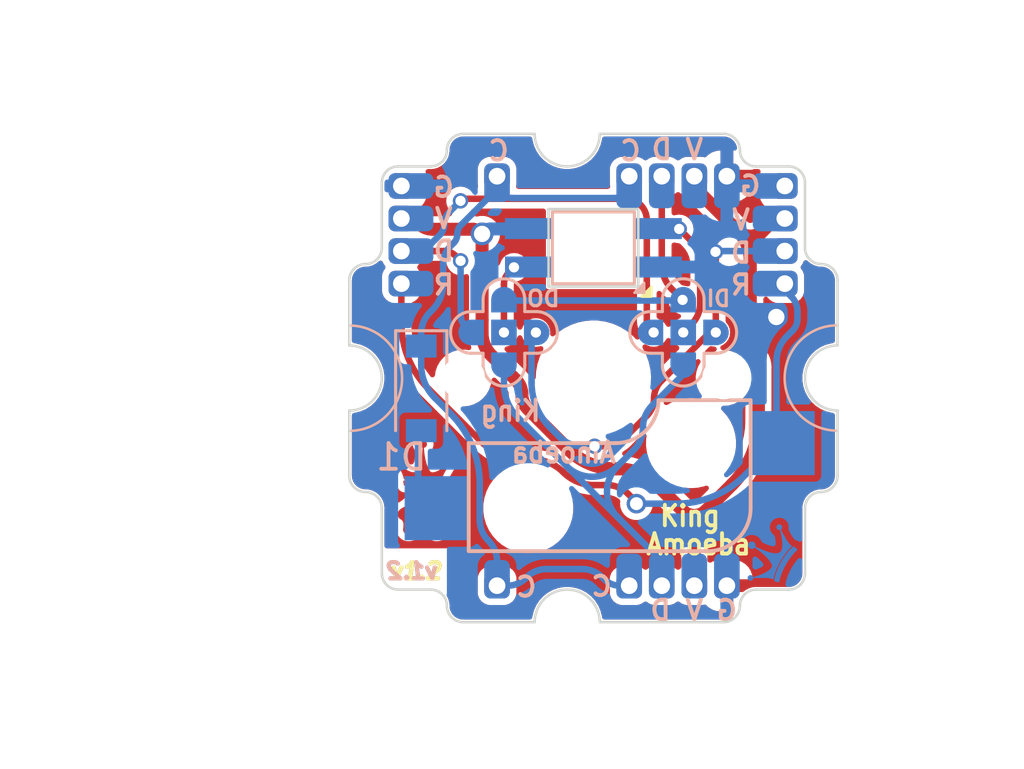
<source format=kicad_pcb>
(kicad_pcb (version 20211014) (generator pcbnew)
  (layers (0 "F.Cu" signal) (31 "B.Cu" signal) (34 "B.Paste" user) (35 "F.Paste" user) (36 "B.SilkS" user "B.Silkscreen") (37 "F.SilkS" user "F.Silkscreen") (38 "B.Mask" user) (39 "F.Mask" user) (44 "Edge.Cuts" user))
  (net 0 "")
  (net 1 "/DIN")
  (net 2 "Net-(J1-Pad2)")
  (net 3 "/DOUT")
  (net 4 "/C")
  (net 5 "/GND")
  (net 6 "/R")
  (net 7 "Net-(D1-Pad2)")
  (net 8 "Net-(J3-Pad2)")
  (net 9 "Net-(J4-Pad2)")
  (net 10 "/VDD")
  (net 11 "Net-(J2-Pad2)")
  (footprint "amoeba-modules:royale" (layer "F.Cu") (at 68.7832 172.0088)
    (fp_text reference "Royale" hide)
    (fp_text value "G***" hide)
  )
  (footprint "amoeba-modules:amoeba-logo-small" (layer "F.Cu") (at 68.7578 173.8884)
    (fp_text reference "Amoeba-Logo-Small" hide)
    (fp_text value "G***" hide)
  )
  (footprint "amoeba-modules:Kailh_MX_Socket" (layer "B.Cu") (at 75.438 168.656)
    (fp_text reference "S1" hide)
    (fp_text value "MX1A" hide)
  )
  (footprint "amoeba-modules:Header_1x04_P1.27mm" (layer "B.Cu") (at 76.835 160.782 -90)
    (fp_text reference "J2" hide)
    (fp_text value "Conn_01x04_Male")
  )
  (footprint "amoeba-modules:Header_1x04_P1.27mm" (layer "B.Cu") (at 67.945 164.973)
    (fp_text reference "J3" hide)
    (fp_text value "Conn_01x04_Male")
  )
  (footprint "amoeba-modules:SolderJumper-5_P1.3mm_Open_RoundedPad1.0x1.5mm" (layer "B.Cu") (at 71.9474 166.878 180)
    (fp_text reference "JP2" hide)
    (fp_text value "SolderJumper_5")
  )
  (footprint "amoeba-modules:Header_1x01_P1.27mm" (layer "B.Cu") (at 71.6788 176.7586 90)
    (fp_text reference "J5" hide)
    (fp_text value "Conn_01x01_Male")
  )
  (footprint "amoeba-modules:Header_1x01_P1.27mm" (layer "B.Cu") (at 71.6788 160.782 -90)
    (fp_text reference "J6" hide)
    (fp_text value "Conn_01x01_Male")
  )
  (footprint "amoeba-modules:SolderJumper-5_P1.3mm_Open_RoundedPad1.0x1.5mm" (layer "B.Cu") (at 78.9432 166.878 180)
    (fp_text reference "JP1" hide)
    (fp_text value "SolderJumper_5")
  )
  (footprint "amoeba-modules:Header_1x04_P1.27mmL" (layer "B.Cu") (at 82.9056 164.973)
    (fp_text reference "J1" hide)
    (fp_text value "Conn_01x04_Male")
  )
  (footprint "Diode_SMD:D_SOD-123" (layer "B.Cu") (at 68.7197 169.0614 -90)
    (fp_text reference "D1")
    (fp_text value "1N4148W-7-F")
  )
  (footprint "amoeba-modules:Header_1x04_P1.27mmL" (layer "B.Cu") (at 76.835 176.7586 -90)
    (fp_text reference "J4" hide)
    (fp_text value "Conn_01x04_Male")
  )
  (footprint "amoeba-modules:royale" (layer "B.Cu") (at 82.296 175.5521 -120)
    (fp_text reference "Royale" hide)
    (fp_text value "G***" hide)
  )
  (footprint "amoeba-modules:LED_SK6812MINI_E_PLCC4_3.2x2.8mm_Shine_Through" (layer "B.Cu") (at 75.438 163.576 180)
    (fp_text reference "LED1" hide)
    (fp_text value "SK6812MINI_E")
  )
  (gr_poly (pts (xy 77.4192 164.9476) (xy 77.0382 165.3286) (xy 77.4192 165.3286)) (layer "B.SilkS") (width 0.1) (fill solid))
  (gr_arc (start 65.927338 166.609033) (mid 67.967173 168.670625) (end 65.912712 170.717641) (layer "B.SilkS") (width 0.1))
  (gr_arc (start 84.948374 170.710278) (mid 82.908542 168.648687) (end 84.963 166.60167) (layer "B.SilkS") (width 0.1))
  (gr_poly (pts (xy 77.6986 165.1) (xy 77.3176 165.481) (xy 77.6986 165.481)) (layer "F.SilkS") (width 0.1) (fill solid))
  (gr_line (start 83.058 176.911) (end 81.788 176.911) (layer "Edge.Cuts") (width 0.1))
  (gr_line (start 73.687 162.0655) (end 73.687 165.0865) (layer "Edge.Cuts") (width 0.1))
  (gr_line (start 73.687 165.0865) (end 77.189 165.0865) (layer "Edge.Cuts") (width 0.1))
  (gr_line (start 77.189 165.0865) (end 77.189 162.0655) (layer "Edge.Cuts") (width 0.1))
  (gr_line (start 77.189 162.0655) (end 73.687 162.0655) (layer "Edge.Cuts") (width 0.1))
  (gr_line (start 81.788 160.401) (end 83.058 160.401) (layer "Edge.Cuts") (width 0.1))
  (gr_line (start 83.693 161.036) (end 83.693 163.576) (layer "Edge.Cuts") (width 0.1))
  (gr_line (start 67.818 160.401) (end 69.088 160.401) (layer "Edge.Cuts") (width 0.1))
  (gr_line (start 67.183 161.036) (end 67.183 163.576) (layer "Edge.Cuts") (width 0.1))
  (gr_line (start 67.183 173.736) (end 67.183 176.276) (layer "Edge.Cuts") (width 0.1))
  (gr_line (start 67.818 176.911) (end 69.088 176.911) (layer "Edge.Cuts") (width 0.1))
  (gr_line (start 83.693 176.276) (end 83.693 173.736) (layer "Edge.Cuts") (width 0.1))
  (gr_line (start 70.358 159.131) (end 73.145 159.131) (layer "Edge.Cuts") (width 0.1))
  (gr_line (start 65.913 169.926) (end 65.913 172.466) (layer "Edge.Cuts") (width 0.1))
  (gr_line (start 84.963 169.926) (end 84.963 172.466) (layer "Edge.Cuts") (width 0.1))
  (gr_arc (start 75.685 159.131) (mid 74.415 160.401) (end 73.145 159.131) (layer "Edge.Cuts") (width 0.1))
  (gr_arc (start 73.145 178.181) (mid 74.415 176.911) (end 75.685 178.181) (layer "Edge.Cuts") (width 0.1))
  (gr_line (start 70.358 178.181) (end 73.145 178.181) (layer "Edge.Cuts") (width 0.1))
  (gr_arc (start 67.183 161.036) (mid 67.368987 160.586987) (end 67.818 160.401) (layer "Edge.Cuts") (width 0.1))
  (gr_arc (start 83.058 160.401) (mid 83.507013 160.586987) (end 83.693 161.036) (layer "Edge.Cuts") (width 0.1))
  (gr_arc (start 67.818 176.911) (mid 67.368987 176.725013) (end 67.183 176.276) (layer "Edge.Cuts") (width 0.1))
  (gr_arc (start 66.548 173.101) (mid 66.098987 172.915013) (end 65.913 172.466) (layer "Edge.Cuts") (width 0.1))
  (gr_line (start 80.518 159.131) (end 75.685 159.131) (layer "Edge.Cuts") (width 0.1))
  (gr_arc (start 81.153 177.546) (mid 80.967013 177.995013) (end 80.518 178.181) (layer "Edge.Cuts") (width 0.1))
  (gr_arc (start 65.913 167.386) (mid 67.183 168.656) (end 65.913 169.926) (layer "Edge.Cuts") (width 0.1))
  (gr_arc (start 84.963 169.926) (mid 83.693 168.656) (end 84.963 167.386) (layer "Edge.Cuts") (width 0.1))
  (gr_arc (start 83.693 176.276) (mid 83.507013 176.725013) (end 83.058 176.911) (layer "Edge.Cuts") (width 0.1))
  (gr_line (start 75.685 178.181) (end 80.518 178.181) (layer "Edge.Cuts") (width 0.1))
  (gr_arc (start 67.183 163.576) (mid 66.997013 164.025013) (end 66.548 164.211) (layer "Edge.Cuts") (width 0.1))
  (gr_arc (start 66.548 173.101) (mid 66.997013 173.286987) (end 67.183 173.736) (layer "Edge.Cuts") (width 0.1))
  (gr_arc (start 70.358 178.181) (mid 69.908987 177.995013) (end 69.723 177.546) (layer "Edge.Cuts") (width 0.1))
  (gr_line (start 84.963 167.386) (end 84.963 164.846) (layer "Edge.Cuts") (width 0.1))
  (gr_arc (start 69.723 159.766) (mid 69.537013 160.215013) (end 69.088 160.401) (layer "Edge.Cuts") (width 0.1))
  (gr_arc (start 84.328 164.211) (mid 83.878987 164.025013) (end 83.693 163.576) (layer "Edge.Cuts") (width 0.1))
  (gr_arc (start 81.788 160.401) (mid 81.338987 160.215013) (end 81.153 159.766) (layer "Edge.Cuts") (width 0.1))
  (gr_arc (start 69.723 159.766) (mid 69.908987 159.316987) (end 70.358 159.131) (layer "Edge.Cuts") (width 0.1))
  (gr_arc (start 84.328 164.211) (mid 84.777013 164.396987) (end 84.963 164.846) (layer "Edge.Cuts") (width 0.1))
  (gr_arc (start 80.518 159.131) (mid 80.967013 159.316987) (end 81.153 159.766) (layer "Edge.Cuts") (width 0.1))
  (gr_arc (start 65.913 164.846) (mid 66.098987 164.396987) (end 66.548 164.211) (layer "Edge.Cuts") (width 0.1))
  (gr_arc (start 84.963 172.466) (mid 84.777013 172.915013) (end 84.328 173.101) (layer "Edge.Cuts") (width 0.1))
  (gr_line (start 65.913 167.386) (end 65.913 164.846) (layer "Edge.Cuts") (width 0.1))
  (gr_arc (start 81.153 177.546) (mid 81.338987 177.096987) (end 81.788 176.911) (layer "Edge.Cuts") (width 0.1))
  (gr_arc (start 69.088 176.911) (mid 69.537013 177.096987) (end 69.723 177.546) (layer "Edge.Cuts") (width 0.1))
  (gr_arc (start 83.693 173.736) (mid 83.878987 173.286987) (end 84.328 173.101) (layer "Edge.Cuts") (width 0.1))
  (gr_text "v1.2" (at 68.5038 176.1871) (layer "F.Cu") (effects (font (size 0.635 0.635) (thickness 0.15875) italic)))
  (gr_text "v1.2" (at 68.3895 176.1871) (layer "B.Cu") (effects (font (size 0.635 0.635) (thickness 0.15875) italic) (justify mirror)))
  (gr_text "v1.2" (at 68.3895 176.1871) (layer "B.SilkS") (effects (font (size 0.635 0.635) (thickness 0.15875) italic) (justify mirror)))
  (gr_text "D" (at 69.6 163.703) (layer "B.SilkS") (effects (font (size 0.762 0.762) (thickness 0.1524)) (justify mirror)))
  (gr_text "R" (at 81.2 165.0238) (layer "B.SilkS") (effects (font (size 0.762 0.762)) (justify mirror)))
  (gr_text "V" (at 79.375 177.7238) (layer "B.SilkS") (effects (font (size 0.762 0.762) (thickness 0.1524)) (justify mirror)))
  (gr_text "D" (at 78.105 159.7406) (layer "B.SilkS") (effects (font (size 0.762 0.762) (thickness 0.1524)) (justify mirror)))
  (gr_text "V" (at 81.2 162.4838) (layer "B.SilkS") (effects (font (size 0.762 0.762) (thickness 0.1524)) (justify mirror)))
  (gr_text "D" (at 81.2 163.7792) (layer "B.SilkS") (effects (font (size 0.762 0.762) (thickness 0.1524)) (justify mirror)))
  (gr_text "D" (at 78.0542 177.7238) (layer "B.SilkS") (effects (font (size 0.762 0.762) (thickness 0.1524)) (justify mirror)))
  (gr_text "V" (at 69.6 162.433) (layer "B.SilkS") (effects (font (size 0.762 0.762) (thickness 0.1524)) (justify mirror)))
  (gr_text "DI" (at 80.3148 165.5572) (layer "B.SilkS") (effects (font (size 0.6096 0.6096) (thickness 0.127)) (justify mirror)))
  (gr_text "R" (at 69.6 165.0238) (layer "B.SilkS") (effects (font (size 0.762 0.762)) (justify mirror)))
  (gr_text "C" (at 71.7423 159.7914) (layer "B.SilkS") (effects (font (size 0.762 0.762)) (justify mirror)))
  (gr_text "C" (at 76.8858 159.7914) (layer "B.SilkS") (effects (font (size 0.762 0.762)) (justify mirror)))
  (gr_text "Amoeba" (at 72.1614 171.5643) (layer "B.SilkS") (effects (font (size 0.8 0.7)) (justify right mirror)))
  (gr_text "DO" (at 73.4822 165.5572) (layer "B.SilkS") (effects (font (size 0.6096 0.6096) (thickness 0.127)) (justify mirror)))
  (gr_text "C" (at 72.8218 176.8094) (layer "B.SilkS") (effects (font (size 0.762 0.762)) (justify mirror)))
  (gr_text "V" (at 79.375 159.7406) (layer "B.SilkS") (effects (font (size 0.762 0.762) (thickness 0.1524)) (justify mirror)))
  (gr_text "G" (at 69.6 161.2138) (layer "B.SilkS") (effects (font (size 0.762 0.762) (thickness 0.1524)) (justify mirror)))
  (gr_text "C" (at 75.7555 176.784) (layer "B.SilkS") (effects (font (size 0.762 0.762)) (justify mirror)))
  (gr_text "G" (at 81.5594 161.163) (layer "B.SilkS") (effects (font (size 0.762 0.762) (thickness 0.1524)) (justify mirror)))
  (gr_text "King" (at 72.1995 169.9387) (layer "B.SilkS") (effects (font (size 0.8 0.7)) (justify mirror)))
  (gr_text "G" (at 80.645 177.7238) (layer "B.SilkS") (effects (font (size 0.762 0.762) (thickness 0.1524)) (justify mirror)))
  (gr_text "Amoeba" (at 79.5401 175.1457) (layer "F.SilkS") (effects (font (size 0.8 0.7))))
  (gr_text "v1.2" (at 68.5038 176.1871) (layer "F.SilkS") (effects (font (size 0.635 0.635) (thickness 0.15875) italic)))
  (gr_text "King" (at 79.2099 174.0408) (layer "F.SilkS") (effects (font (size 0.8 0.7))))
  (segment (start 79.6036 165.750626) (end 79.6036 164.235984) (width 0.254) (layer "F.Cu") (net 1))
  (segment (start 79.19455 163.24845) (end 78.7855 162.8394) (width 0.254) (layer "F.Cu") (net 1))
  (segment (start 78.9432 166.878) (end 79.2734 166.5478) (width 0.254) (layer "F.Cu") (net 1))
  (via (at 78.9432 166.878) (size 0.6) (drill 0.4) (layers "F.Cu" "B.Cu") (net 1))
  (via (at 78.7855 162.8394) (size 0.6) (drill 0.4) (layers "F.Cu" "B.Cu") (net 1))
  (arc (start 79.19455 163.24845) (mid 79.497291 163.701534) (end 79.6036 164.235984) (width 0.254) (layer "F.Cu") (net 1))
  (arc (start 79.6036 165.750626) (mid 79.517783 166.182053) (end 79.2734 166.5478) (width 0.254) (layer "F.Cu") (net 1))
  (segment (start 77.524457 170.125542) (end 76.630979 171.01902) (width 0.254) (layer "F.Cu") (net 2))
  (segment (start 79.895182 166.961067) (end 78.085723 168.770525) (width 0.254) (layer "F.Cu") (net 2))
  (segment (start 75.907112 171.318856) (end 75.483081 171.318856) (width 0.254) (layer "F.Cu") (net 2))
  (segment (start 80.2132 166.878) (end 80.2132 163.746278) (width 0.254) (layer "F.Cu") (net 2))
  (segment (start 80.2132 163.746278) (end 80.2 163.733078) (width 0.254) (layer "F.Cu") (net 2))
  (segment (start 80.095725 166.878) (end 80.2132 166.878) (width 0.254) (layer "F.Cu") (net 2))
  (via (at 80.2132 166.878) (size 0.6) (drill 0.4) (layers "F.Cu" "B.Cu") (net 2))
  (via (at 75.483081 171.318856) (size 0.6) (drill 0.4) (layers "F.Cu" "B.Cu") (net 2))
  (via (at 80.2 163.733078) (size 0.6) (drill 0.4) (layers "F.Cu" "B.Cu") (net 2))
  (via (at 73.193773 166.880716) (size 0.6) (drill 0.4) (layers "F.Cu" "B.Cu") (net 2))
  (arc (start 77.805091 169.448034) (mid 77.878024 169.081369) (end 78.085723 168.770525) (width 0.254) (layer "F.Cu") (net 2))
  (arc (start 75.907112 171.318856) (mid 76.298866 171.240931) (end 76.630979 171.01902) (width 0.254) (layer "F.Cu") (net 2))
  (arc (start 79.895182 166.961067) (mid 79.987192 166.899588) (end 80.095725 166.878) (width 0.254) (layer "F.Cu") (net 2))
  (arc (start 77.524457 170.125542) (mid 77.732156 169.814698) (end 77.805091 169.448034) (width 0.254) (layer "F.Cu") (net 2))
  (segment (start 73.753178 170.590678) (end 74.127192 170.964692) (width 0.254) (layer "B.Cu") (net 2))
  (segment (start 75.483081 171.318856) (end 74.982218 171.318856) (width 0.254) (layer "B.Cu") (net 2))
  (segment (start 80.230078 163.703) (end 80.2 163.733078) (width 0.254) (layer "B.Cu") (net 2))
  (segment (start 73.025 168.8327) (end 73.025 167.223518) (width 0.254) (layer "B.Cu") (net 2))
  (segment (start 82.9056 163.703) (end 80.230078 163.703) (width 0.254) (layer "B.Cu") (net 2))
  (segment (start 73.1262 166.9792) (end 73.2274 166.878) (width 0.254) (layer "B.Cu") (net 2))
  (arc (start 73.025 167.223518) (mid 73.051301 167.091294) (end 73.1262 166.9792) (width 0.254) (layer "B.Cu") (net 2))
  (arc (start 74.127192 170.964692) (mid 74.519481 171.226811) (end 74.982218 171.318856) (width 0.254) (layer "B.Cu") (net 2))
  (arc (start 73.025 168.8327) (mid 73.214247 169.78411) (end 73.753178 170.590678) (width 0.254) (layer "B.Cu") (net 2))
  (segment (start 72.3392 164.338) (end 72.1433 164.5339) (width 0.254) (layer "F.Cu") (net 3))
  (segment (start 71.9474 166.878) (end 71.9474 165.006844) (width 0.254) (layer "F.Cu") (net 3))
  (via (at 71.9474 166.878) (size 0.6) (drill 0.4) (layers "F.Cu" "B.Cu") (net 3))
  (via (at 72.3392 164.338) (size 0.6) (drill 0.4) (layers "F.Cu" "B.Cu") (net 3))
  (arc (start 72.1433 164.5339) (mid 71.998312 164.750888) (end 71.9474 165.006844) (width 0.254) (layer "F.Cu") (net 3))
  (segment (start 72.876 164.338) (end 72.888 164.326) (width 0.254) (layer "B.Cu") (net 3))
  (segment (start 71.855045 161.458245) (end 71.6788 161.282) (width 0.254) (layer "B.Cu") (net 4))
  (segment (start 71.6788 161.031647) (end 71.6788 160.782) (width 0.254) (layer "B.Cu") (net 4))
  (segment (start 68.7197 167.517775) (end 68.7197 167.772824) (width 0.254) (layer "B.Cu") (net 4))
  (segment (start 76.658755 161.458245) (end 76.835 161.282) (width 0.254) (layer "B.Cu") (net 4))
  (segment (start 69.065439 166.08776) (end 69.147849 166.005349) (width 0.254) (layer "B.Cu") (net 4))
  (segment (start 68.7197 167.772824) (end 68.7197 167.868468) (width 0.254) (layer "B.Cu") (net 4))
  (segment (start 68.7197 168.059754) (end 68.7197 167.995992) (width 0.254) (layer "B.Cu") (net 4))
  (segment (start 70.276162 162.683931) (end 71.502272 161.457821) (width 0.254) (layer "B.Cu") (net 4))
  (segment (start 68.7197 167.517775) (end 68.7197 166.92245) (width 0.254) (layer "B.Cu") (net 4))
  (segment (start 75.855162 176.502662) (end 75.78725 176.43475) (width 0.254) (layer "B.Cu") (net 4))
  (segment (start 69.982637 163.392562) (end 69.852699 163.522499) (width 0.254) (layer "B.Cu") (net 4))
  (segment (start 69.576 164.971704) (end 69.576 164.190512) (width 0.254) (layer "B.Cu") (net 4))
  (segment (start 72.828149 176.434749) (end 72.796158 176.466741) (width 0.254) (layer "B.Cu") (net 4))
  (segment (start 71.6788 176.34585) (end 71.6788 175.817805) (width 0.254) (layer "B.Cu") (net 4))
  (segment (start 68.7197 167.93223) (end 68.7197 167.995992) (width 0.254) (layer "B.Cu") (net 4))
  (segment (start 76.47305 176.7586) (end 76.835 176.7586) (width 0.254) (layer "B.Cu") (net 4))
  (segment (start 73.609993 176.1109) (end 75.005406 176.1109) (width 0.254) (layer "B.Cu") (net 4))
  (segment (start 68.7197 168.123517) (end 68.7197 168.155399) (width 0.254) (layer "B.Cu") (net 4))
  (segment (start 68.7197 168.059754) (end 68.7197 168.123517) (width 0.254) (layer "B.Cu") (net 4))
  (segment (start 71.004 172.798942) (end 71.004 174.188694) (width 0.254) (layer "B.Cu") (net 4))
  (segment (start 68.7197 167.868468) (end 68.7197 167.93223) (width 0.254) (layer "B.Cu") (net 4))
  (segment (start 69.86185 170.041548) (end 69.245786 169.425484) (width 0.254) (layer "B.Cu") (net 4))
  (segment (start 76.233261 161.63449) (end 72.280538 161.63449) (width 0.254) (layer "B.Cu") (net 4))
  (arc (start 72.09155 176.7586) (mid 71.799691 176.637708) (end 71.6788 176.34585) (width 0.254) (layer "B.Cu") (net 4))
  (arc (start 76.47305 176.7586) (mid 76.138651 176.692083) (end 75.855162 176.502662) (width 0.254) (layer "B.Cu") (net 4))
  (arc (start 69.065439 166.08776) (mid 68.809554 166.470719) (end 68.7197 166.92245) (width 0.254) (layer "B.Cu") (net 4))
  (arc (start 69.982637 163.392562) (mid 70.091257 163.23) (end 70.1294 163.038247) (width 0.254) (layer "B.Cu") (net 4))
  (arc (start 72.09155 176.7586) (mid 71.799691 176.637708) (end 71.6788 176.34585) (width 0.254) (layer "B.Cu") (net 4))
  (arc (start 71.6788 176.34585) (mid 71.6788 176.34585) (end 71.6788 176.34585) (width 0.254) (layer "B.Cu") (net 4))
  (arc (start 71.502272 161.457821) (mid 71.632921 161.26229) (end 71.6788 161.031647) (width 0.254) (layer "B.Cu") (net 4))
  (arc (start 69.576 164.971704) (mid 69.464727 165.531109) (end 69.147849 166.005349) (width 0.254) (layer "B.Cu") (net 4))
  (arc (start 71.3414 175.00325) (mid 71.091687 174.629528) (end 71.004 174.188694) (width 0.254) (layer "B.Cu") (net 4))
  (arc (start 71.004 172.798942) (mid 70.707164 171.306651) (end 69.86185 170.041548) (width 0.254) (layer "B.Cu") (net 4))
  (arc (start 70.276162 162.683931) (mid 70.167542 162.846492) (end 70.1294 163.038247) (width 0.254) (layer "B.Cu") (net 4))
  (arc (start 76.233261 161.63449) (mid 76.463536 161.588685) (end 76.658755 161.458245) (width 0.254) (layer "B.Cu") (net 4))
  (arc (start 72.09155 176.7586) (mid 72.472881 176.682748) (end 72.796158 176.466741) (width 0.254) (layer "B.Cu") (net 4))
  (arc (start 71.855045 161.458245) (mid 72.050262 161.588685) (end 72.280538 161.63449) (width 0.254) (layer "B.Cu") (net 4))
  (arc (start 69.245786 169.425484) (mid 68.856425 168.842764) (end 68.7197 168.155399) (width 0.254) (layer "B.Cu") (net 4))
  (arc (start 72.828149 176.434749) (mid 73.186862 176.195065) (end 73.609993 176.1109) (width 0.254) (layer "B.Cu") (net 4))
  (arc (start 69.576 164.190512) (mid 69.647911 163.828986) (end 69.852699 163.522499) (width 0.254) (layer "B.Cu") (net 4))
  (arc (start 75.78725 176.43475) (mid 75.428537 176.195065) (end 75.005406 176.1109) (width 0.254) (layer "B.Cu") (net 4))
  (arc (start 71.3414 175.00325) (mid 71.591112 175.376971) (end 71.6788 175.817805) (width 0.254) (layer "B.Cu") (net 4))
  (via (at 82.5754 166.27475) (size 0.889) (drill 0.635) (layers "F.Cu" "B.Cu") (net 5))
  (arc (start 80.8355 160.9725) (mid 80.713887 160.948309) (end 80.645 161.051407) (width 0.508) (layer "B.Cu") (net 5))
  (segment (start 77.1174 173.558) (end 77.1174 173.530583) (width 0.254) (layer "F.Cu") (net 6))
  (segment (start 69.02263 169.09863) (end 71.045559 171.121559) (width 0.254) (layer "F.Cu") (net 6))
  (segment (start 73.05216 171.831) (end 72.7583 171.831) (width 0.254) (layer "F.Cu") (net 6))
  (segment (start 67.945 166.497) (end 67.945 164.973) (width 0.254) (layer "F.Cu") (net 6))
  (segment (start 76.782966 173.168732) (end 77.098013 173.483779) (width 0.254) (layer "F.Cu") (net 6))
  (segment (start 75.975572 172.834299) (end 75.474338 172.834299) (width 0.254) (layer "F.Cu") (net 6))
  (via (at 77.1174 173.558) (size 0.762) (drill 0.508) (layers "F.Cu" "B.Cu") (net 6))
  (arc (start 71.045559 171.121559) (mid 71.831371 171.646622) (end 72.7583 171.831) (width 0.254) (layer "F.Cu") (net 6))
  (arc (start 74.263249 172.332649) (mid 74.818901 172.703924) (end 75.474338 172.834299) (width 0.254) (layer "F.Cu") (net 6))
  (arc (start 73.05216 171.831) (mid 73.707596 171.961374) (end 74.263249 172.332649) (width 0.254) (layer "F.Cu") (net 6))
  (arc (start 69.02263 169.09863) (mid 68.225066 167.904992) (end 67.945 166.497) (width 0.254) (layer "F.Cu") (net 6))
  (arc (start 75.975572 172.834299) (mid 76.41253 172.921215) (end 76.782966 173.168732) (width 0.254) (layer "F.Cu") (net 6))
  (arc (start 77.1174 173.530583) (mid 77.112361 173.505252) (end 77.098013 173.483779) (width 0.254) (layer "F.Cu") (net 6))
  (segment (start 82.689875 171.087875) (end 82.798 171.196) (width 0.254) (layer "B.Cu") (net 6))
  (segment (start 81.347755 172.453014) (end 81.802036 171.998732) (width 0.254) (layer "B.Cu") (net 6))
  (segment (start 82.991325 167.026259) (end 83.207097 166.810486) (width 0.254) (layer "B.Cu") (net 6))
  (segment (start 83.15325 165.47065) (end 82.993988 165.311388) (width 0.254) (layer "B.Cu") (net 6))
  (segment (start 78.680085 173.558) (end 77.1174 173.558) (width 0.254) (layer "B.Cu") (net 6))
  (segment (start 82.58175 170.826838) (end 82.58175 168.01506) (width 0.254) (layer "B.Cu") (net 6))
  (segment (start 82.9056 165.098) (end 82.9056 164.973) (width 0.254) (layer "B.Cu") (net 6))
  (segment (start 83.4009 166.068529) (end 83.4009 166.342606) (width 0.254) (layer "B.Cu") (net 6))
  (arc (start 82.9056 165.098) (mid 82.928571 165.213484) (end 82.993988 165.311388) (width 0.254) (layer "B.Cu") (net 6))
  (arc (start 83.15325 165.47065) (mid 83.336537 165.744959) (end 83.4009 166.068529) (width 0.254) (layer "B.Cu") (net 6))
  (arc (start 82.991325 167.026259) (mid 82.688195 167.479924) (end 82.58175 168.01506) (width 0.254) (layer "B.Cu") (net 6))
  (arc (start 81.347755 172.453014) (mid 80.123817 173.270823) (end 78.680085 173.558) (width 0.254) (layer "B.Cu") (net 6))
  (arc (start 82.689875 171.087875) (mid 82.60985 170.96811) (end 82.58175 170.826838) (width 0.254) (layer "B.Cu") (net 6))
  (arc (start 83.207097 166.810486) (mid 83.350532 166.59582) (end 83.4009 166.342606) (width 0.254) (layer "B.Cu") (net 6))
  (segment (start 68.5927 172.27545) (end 68.5927 172.287522) (width 0.254) (layer "B.Cu") (net 7))
  (segment (start 68.5927 172.046092) (end 68.5927 172.142664) (width 0.254) (layer "B.Cu") (net 7))
  (segment (start 68.5927 170.821731) (end 68.5927 170.7622) (width 0.254) (layer "B.Cu") (net 7))
  (segment (start 69.348 173.65645) (end 69.348 173.736) (width 0.254) (layer "B.Cu") (net 7))
  (segment (start 68.5927 171.524861) (end 68.5927 171.297981) (width 0.254) (layer "B.Cu") (net 7))
  (segment (start 68.5927 172.251307) (end 68.5927 172.227164) (width 0.254) (layer "B.Cu") (net 7))
  (segment (start 68.5927 170.821731) (end 68.5927 170.940793) (width 0.254) (layer "B.Cu") (net 7))
  (segment (start 68.5927 171.904539) (end 68.5927 172.046092) (width 0.254) (layer "B.Cu") (net 7))
  (segment (start 68.5927 172.251307) (end 68.5927 172.27545) (width 0.254) (layer "B.Cu") (net 7))
  (segment (start 68.5927 171.059855) (end 68.5927 171.178918) (width 0.254) (layer "B.Cu") (net 7))
  (segment (start 68.5927 171.524861) (end 68.5927 171.904539) (width 0.254) (layer "B.Cu") (net 7))
  (segment (start 68.5927 171.059855) (end 68.5927 170.940793) (width 0.254) (layer "B.Cu") (net 7))
  (segment (start 68.5927 172.203021) (end 68.5927 172.227164) (width 0.254) (layer "B.Cu") (net 7))
  (segment (start 68.5927 172.142664) (end 68.5927 172.178878) (width 0.254) (layer "B.Cu") (net 7))
  (segment (start 68.5927 172.178878) (end 68.5927 172.203021) (width 0.254) (layer "B.Cu") (net 7))
  (segment (start 68.5927 171.178918) (end 68.5927 171.297981) (width 0.254) (layer "B.Cu") (net 7))
  (segment (start 69.291749 173.520649) (end 68.97035 173.19925) (width 0.254) (layer "B.Cu") (net 7))
  (arc (start 69.348 173.65645) (mid 69.33338 173.582955) (end 69.291749 173.520649) (width 0.254) (layer "B.Cu") (net 7))
  (arc (start 68.5927 172.287522) (mid 68.690848 172.780945) (end 68.97035 173.19925) (width 0.254) (layer "B.Cu") (net 7))
  (segment (start 70.25346 161.74426) (end 70.29409 161.70363) (width 0.254) (layer "F.Cu") (net 8))
  (segment (start 77.7875 166.878) (end 77.65415 166.74465) (width 0.254) (layer "F.Cu") (net 8))
  (segment (start 77.5208 162.489212) (end 77.5208 166.422714) (width 0.254) (layer "F.Cu") (net 8))
  (segment (start 70.066 163.8935) (end 70.2565 164.084) (width 0.254) (layer "F.Cu") (net 8))
  (segment (start 76.694587 161.663) (end 70.392179 161.663) (width 0.254) (layer "F.Cu") (net 8))
  (segment (start 69.606092 163.703) (end 67.945 163.703) (width 0.254) (layer "F.Cu") (net 8))
  (via (at 70.25346 161.74426) (size 0.6) (drill 0.4) (layers "F.Cu" "B.Cu") (net 8))
  (via (at 77.7875 166.878) (size 0.6) (drill 0.4) (layers "F.Cu" "B.Cu") (net 8))
  (via (at 70.2565 164.084) (size 0.6) (drill 0.4) (layers "F.Cu" "B.Cu") (net 8))
  (arc (start 77.5208 162.489212) (mid 77.457908 162.173034) (end 77.278808 161.904992) (width 0.254) (layer "F.Cu") (net 8))
  (arc (start 76.694587 161.663) (mid 77.010765 161.725891) (end 77.278808 161.904992) (width 0.254) (layer "F.Cu") (net 8))
  (arc (start 77.5208 166.422714) (mid 77.555456 166.596944) (end 77.65415 166.74465) (width 0.254) (layer "F.Cu") (net 8))
  (arc (start 70.392179 161.663) (mid 70.339093 161.673559) (end 70.29409 161.70363) (width 0.254) (layer "F.Cu") (net 8))
  (arc (start 70.066 163.8935) (mid 69.854992 163.752509) (end 69.606092 163.703) (width 0.254) (layer "F.Cu") (net 8))
  (segment (start 70.2565 166.176549) (end 70.2565 164.084) (width 0.254) (layer "B.Cu") (net 8))
  (segment (start 70.46195 166.67255) (end 70.6674 166.878) (width 0.254) (layer "B.Cu") (net 8))
  (segment (start 70.6374 166.8526) (end 70.6374 166.878) (width 0.254) (layer "B.Cu") (net 8))
  (segment (start 70.65536 166.809239) (end 70.916799 166.547801) (width 0.254) (layer "B.Cu") (net 8))
  (segment (start 69.125797 163.39457) (end 69.436615 163.083753) (width 0.254) (layer "B.Cu") (net 8))
  (segment (start 70.25346 161.74426) (end 69.806184 162.191535) (width 0.254) (layer "B.Cu") (net 8))
  (segment (start 68.381184 163.703) (end 67.945 163.703) (width 0.254) (layer "B.Cu") (net 8))
  (arc (start 69.6214 162.637644) (mid 69.573375 162.879076) (end 69.436615 163.083753) (width 0.254) (layer "B.Cu") (net 8))
  (arc (start 70.2565 166.176549) (mid 70.309894 166.444982) (end 70.46195 166.67255) (width 0.254) (layer "B.Cu") (net 8))
  (arc (start 69.806184 162.191535) (mid 69.669423 162.396211) (end 69.6214 162.637644) (width 0.254) (layer "B.Cu") (net 8))
  (arc (start 68.381184 163.703) (mid 68.784166 163.622841) (end 69.125797 163.39457) (width 0.254) (layer "B.Cu") (net 8))
  (arc (start 70.6374 166.8526) (mid 70.642067 166.829133) (end 70.65536 166.809239) (width 0.254) (layer "B.Cu") (net 8))
  (segment (start 78.105 176.6062) (end 78.105 176.7586) (width 0.254) (layer "F.Cu") (net 9))
  (segment (start 76.379304 174.081486) (end 77.768622 175.470804) (width 0.254) (layer "B.Cu") (net 9))
  (segment (start 77.011788 171.465611) (end 76.379304 172.098096) (width 0.254) (layer "B.Cu") (net 9))
  (segment (start 78.81585 168.645549) (end 77.730209 169.73119) (width 0.254) (layer "B.Cu") (net 9))
  (segment (start 78.9963 168.158) (end 79.042328 168.158) (width 0.254) (layer "B.Cu") (net 9))
  (segment (start 74.395914 172.098096) (end 72.474753 170.176935) (width 0.254) (layer "B.Cu") (net 9))
  (segment (start 79.0544 168.153) (end 79.0594 168.148) (width 0.254) (layer "B.Cu") (net 9))
  (segment (start 78.9432 168.3381) (end 78.9432 168.2111) (width 0.254) (layer "B.Cu") (net 9))
  (segment (start 78.105 176.282891) (end 78.105 176.7586) (width 0.254) (layer "B.Cu") (net 9))
  (segment (start 71.9474 168.903791) (end 71.9474 168.158) (width 0.254) (layer "B.Cu") (net 9))
  (segment (start 74.395914 172.098096) (end 76.379304 174.081486) (width 0.254) (layer "B.Cu") (net 9))
  (arc (start 74.395914 172.098096) (mid 75.387609 172.508869) (end 76.379304 172.098096) (width 0.254) (layer "B.Cu") (net 9))
  (arc (start 79.0544 168.153) (mid 79.048861 168.1567) (end 79.042328 168.158) (width 0.254) (layer "B.Cu") (net 9))
  (arc (start 77.730209 169.73119) (mid 77.464354 170.129069) (end 77.370999 170.598401) (width 0.254) (layer "B.Cu") (net 9))
  (arc (start 78.105 176.282891) (mid 78.017578 175.843392) (end 77.768622 175.470804) (width 0.254) (layer "B.Cu") (net 9))
  (arc (start 71.9474 168.903791) (mid 72.084454 169.592811) (end 72.474753 170.176935) (width 0.254) (layer "B.Cu") (net 9))
  (arc (start 76.379304 172.098096) (mid 75.96853 173.089791) (end 76.379304 174.081486) (width 0.254) (layer "B.Cu") (net 9))
  (arc (start 77.370999 170.598401) (mid 77.277643 171.067731) (end 77.011788 171.465611) (width 0.254) (layer "B.Cu") (net 9))
  (arc (start 78.81585 168.645549) (mid 78.910102 168.50449) (end 78.9432 168.3381) (width 0.254) (layer "B.Cu") (net 9))
  (arc (start 78.9963 168.158) (mid 78.958752 168.173552) (end 78.9432 168.2111) (width 0.254) (layer "B.Cu") (net 9))
  (segment (start 71.094802 163.032726) (end 71.094802 166.395055) (width 0.508) (layer "F.Cu") (net 10))
  (segment (start 79.375 176.749831) (end 79.375 174.65737) (width 0.508) (layer "F.Cu") (net 10))
  (segment (start 72.414358 168.73065) (end 71.45363 167.769922) (width 0.508) (layer "F.Cu") (net 10))
  (segment (start 68.195 162.433) (end 67.945 162.433) (width 0.508) (layer "F.Cu") (net 10))
  (segment (start 81.074261 162.918139) (end 79.529459 161.373337) (width 0.508) (layer "F.Cu") (net 10))
  (segment (start 77.943312 172.852112) (end 78.9212 173.83) (width 0.508) (layer "F.Cu") (net 10))
  (segment (start 81.876001 168.22807) (end 81.876001 170.335206) (width 0.508) (layer "F.Cu") (net 10))
  (segment (start 71.0946 166.903146) (end 71.0946 166.395542) (width 0.508) (layer "F.Cu") (net 10))
  (segment (start 82.717639 162.433) (end 82.9056 162.433) (width 0.508) (layer "F.Cu") (net 10))
  (segment (start 70.956313 162.942413) (end 71.029593 163.015693) (width 0.508) (layer "F.Cu") (net 10))
  (segment (start 76.284759 172.199289) (end 76.367159 172.199289) (width 0.508) (layer "F.Cu") (net 10))
  (segment (start 72.882581 169.861041) (end 74.468516 171.446976) (width 0.508) (layer "F.Cu") (net 10))
  (segment (start 71.070714 163.032726) (end 71.094802 163.032726) (width 0.508) (layer "F.Cu") (net 10))
  (segment (start 79.3812 176.7524) (end 79.3874 176.7462) (width 0.508) (layer "F.Cu") (net 10))
  (segment (start 82.044538 162.918138) (end 82.396769 162.565908) (width 0.508) (layer "F.Cu") (net 10))
  (segment (start 81.5594 164.089368) (end 81.5594 167.46367) (width 0.508) (layer "F.Cu") (net 10))
  (segment (start 79.375 161.000439) (end 79.375 160.782) (width 0.508) (layer "F.Cu") (net 10))
  (segment (start 68.621776 162.609776) (end 68.65455 162.64255) (width 0.508) (layer "F.Cu") (net 10))
  (segment (start 79.828799 173.829999) (end 80.8524 172.806398) (width 0.508) (layer "F.Cu") (net 10))
  (segment (start 70.738279 162.852101) (end 69.16045 162.852101) (width 0.508) (layer "F.Cu") (net 10))
  (via (at 71.094802 163.032726) (size 0.889) (drill 0.635) (layers "F.Cu" "B.Cu") (net 10))
  (arc (start 82.044538 162.918138) (mid 81.559399 163.119089) (end 81.074261 162.918139) (width 0.508) (layer "F.Cu") (net 10))
  (arc (start 78.9212 173.83) (mid 79.374999 174.017969) (end 79.828799 173.829999) (width 0.508) (layer "F.Cu") (net 10))
  (arc (start 68.621776 162.609776) (mid 68.425969 162.478942) (end 68.195 162.433) (width 0.508) (layer "F.Cu") (net 10))
  (arc (start 81.5594 167.46367) (mid 81.600538 167.670501) (end 81.7177 167.845858) (width 0.508) (layer "F.Cu") (net 10))
  (arc (start 78.9212 173.83) (mid 79.257061 174.332651) (end 79.375 174.92557) (width 0.508) (layer "F.Cu") (net 10))
  (arc (start 71.070714 163.032726) (mid 71.048459 163.028299) (end 71.029593 163.015693) (width 0.508) (layer "F.Cu") (net 10))
  (arc (start 71.094701 166.395299) (mid 71.094775 166.395187) (end 71.094802 166.395055) (width 0.508) (layer "F.Cu") (net 10))
  (arc (start 79.375 161.000439) (mid 79.415142 161.20225) (end 79.529459 161.373337) (width 0.508) (layer "F.Cu") (net 10))
  (arc (start 81.876001 170.335206) (mid 81.609975 171.672605) (end 80.8524 172.806398) (width 0.508) (layer "F.Cu") (net 10))
  (arc (start 71.094701 166.395299) (mid 71.094626 166.39541) (end 71.0946 166.395542) (width 0.508) (layer "F.Cu") (net 10))
  (arc (start 81.876001 168.22807) (mid 81.834861 168.021223) (end 81.7177 167.845858) (width 0.508) (layer "F.Cu") (net 10))
  (arc (start 82.044538 162.918138) (mid 81.685483 163.455503) (end 81.5594 164.089368) (width 0.508) (layer "F.Cu") (net 10))
  (arc (start 81.5594 164.089368) (mid 81.433316 163.455503) (end 81.074261 162.918139) (width 0.508) (layer "F.Cu") (net 10))
  (arc (start 79.375 176.749831) (mid 79.377242 176.753186) (end 79.3812 176.7524) (width 0.508) (layer "F.Cu") (net 10))
  (arc (start 72.414358 168.73065) (mid 72.587626 168.989964) (end 72.64847 169.295846) (width 0.508) (layer "F.Cu") (net 10))
  (arc (start 77.943312 172.852112) (mid 77.220194 172.368945) (end 76.367159 172.199289) (width 0.508) (layer "F.Cu") (net 10))
  (arc (start 79.828799 173.829999) (mid 79.492938 174.332651) (end 79.375 174.92557) (width 0.508) (layer "F.Cu") (net 10))
  (arc (start 72.882581 169.861041) (mid 72.709313 169.601727) (end 72.64847 169.295846) (width 0.508) (layer "F.Cu") (net 10))
  (arc (start 71.45363 167.769922) (mid 71.187908 167.372241) (end 71.0946 166.903146) (width 0.508) (layer "F.Cu") (net 10))
  (arc (start 69.16045 162.852101) (mid 68.886659 162.79764) (end 68.65455 162.64255) (width 0.508) (layer "F.Cu") (net 10))
  (arc (start 74.468516 171.446976) (mid 75.301815 172.003769) (end 76.284759 172.199289) (width 0.508) (layer "F.Cu") (net 10))
  (arc (start 82.717639 162.433) (mid 82.543985 162.467541) (end 82.396769 162.565908) (width 0.508) (layer "F.Cu") (net 10))
  (arc (start 70.738279 162.852101) (mid 70.856278 162.875572) (end 70.956313 162.942413) (width 0.508) (layer "F.Cu") (net 10))
  (segment (start 71.191465 162.936063) (end 71.094802 163.032726) (width 0.508) (layer "B.Cu") (net 10))
  (segment (start 71.42483 162.8394) (end 72.8746 162.8394) (width 0.508) (layer "B.Cu") (net 10))
  (arc (start 71.42483 162.8394) (mid 71.298533 162.864521) (end 71.191465 162.936063) (width 0.508) (layer "B.Cu") (net 10))
  (segment (start 78.105 161.1122) (end 78.105 161.4424) (width 0.254) (layer "F.Cu") (net 11))
  (segment (start 78.105 160.885187) (end 78.105 161.009012) (width 0.254) (layer "F.Cu") (net 11))
  (segment (start 78.105 160.472437) (end 78.105 160.4518) (width 0.254) (layer "F.Cu") (net 11))
  (segment (start 78.105 160.86455) (end 78.105 160.885187) (width 0.254) (layer "F.Cu") (net 11))
  (segment (start 78.105 160.53435) (end 78.105 160.513712) (width 0.254) (layer "F.Cu") (net 11))
  (segment (start 78.105 160.472437) (end 78.105 160.513712) (width 0.254) (layer "F.Cu") (net 11))
  (segment (start 78.105 161.4424) (end 78.105 164.220463) (width 0.254) (layer "F.Cu") (net 11))
  (segment (start 78.105 161.1122) (end 78.105 161.009012) (width 0.254) (layer "F.Cu") (net 11))
  (segment (start 78.105 160.69945) (end 78.105 160.782) (width 0.254) (layer "F.Cu") (net 11))
  (segment (start 78.105 160.782) (end 78.105 160.86455) (width 0.254) (layer "F.Cu") (net 11))
  (segment (start 78.5114 165.2016) (end 78.9178 165.608) (width 0.254) (layer "F.Cu") (net 11))
  (segment (start 78.105 160.6169) (end 78.105 160.69945) (width 0.254) (layer "F.Cu") (net 11))
  (segment (start 78.105 160.53435) (end 78.105 160.6169) (width 0.254) (layer "F.Cu") (net 11))
  (via (at 78.9178 165.608) (size 0.6) (drill 0.4) (layers "F.Cu" "B.Cu") (net 11))
  (arc (start 78.5114 165.2016) (mid 78.210619 164.75145) (end 78.105 164.220463) (width 0.254) (layer "F.Cu") (net 11))
  (segment (start 71.9651 165.6157) (end 71.9474 165.598) (width 0.254) (layer "B.Cu") (net 11))
  (segment (start 72.007831 165.6334) (end 78.8924 165.6334) (width 0.254) (layer "B.Cu") (net 11))
  (arc (start 72.007831 165.6334) (mid 71.984705 165.628799) (end 71.9651 165.6157) (width 0.254) (layer "B.Cu") (net 11))
  (zone (net 5) (net_name "/GND") (layer "F.Cu") (connect_pads (clearance 0.1)) (min_thickness 0.2) (fill yes (thermal_gap 0.5) (thermal_bridge_width 0.5) (island_removal_mode 1) (island_area_min 0))
    (polygon (pts (xy 65.913 159.131) (xy 84.963 159.131) (xy 84.963 178.181) (xy 65.913 178.181)))
  )
  (zone (net 5) (net_name "/GND") (layer "B.Cu") (connect_pads (clearance 0.1)) (min_thickness 0.2) (fill yes (thermal_gap 0.5) (thermal_bridge_width 0.5) (island_removal_mode 1) (island_area_min 0))
    (polygon (pts (xy 65.913 159.131) (xy 84.963 159.131) (xy 84.963 178.181) (xy 65.913 178.181)))
  )
)
</source>
